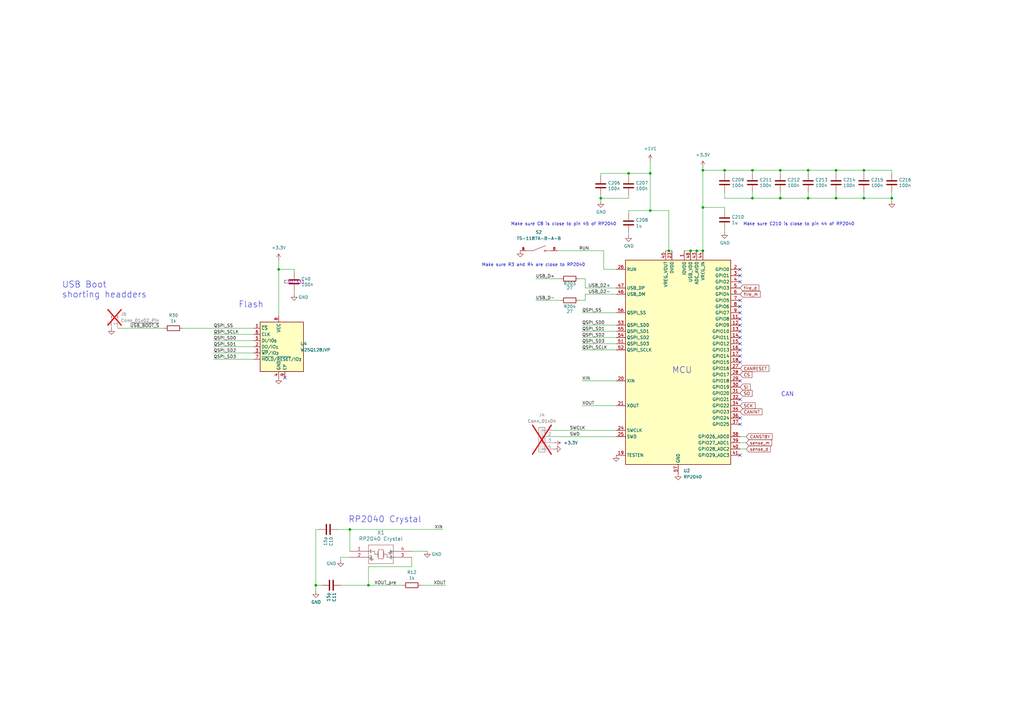
<source format=kicad_sch>
(kicad_sch (version 20250114) (generator "eeschema") (generator_version "9.0")
  (paper "A3")
  (lib_symbols
    (symbol "4in-kicad-library:ABM8-272-T3" (pin_names (offset 0.254))
      (property "Reference" "X1" (at 0 5.08 0))
      (property "Value" "RP2040 Crystal" (at 0 2.54 0))
      (symbol "ABM8-272-T3_0_1"
        (polyline (pts (xy -5.08 0) (xy -5.08 -7.62)) (stroke (width 0.127)))
        (polyline (pts (xy -5.08 -5.08) (xy -3.81 -5.08)) (stroke (width 0.127)))
        (polyline (pts (xy -5.08 -7.62) (xy 5.08 -7.62)) (stroke (width 0.127)))
        (polyline (pts (xy -4.7625 -5.715) (xy -2.8575 -5.715)) (stroke (width 0.127)))
        (polyline (pts (xy -4.445 -6.0325) (xy -3.175 -6.0325)) (stroke (width 0.127)))
        (polyline (pts (xy -4.1275 -6.35) (xy -3.4925 -6.35)) (stroke (width 0.127)))
        (polyline (pts (xy -3.81 -5.08) (xy -3.81 -5.715)) (stroke (width 0.127)))
        (polyline (pts (xy -2.54 -2.54) (xy -5.08 -2.54)) (stroke (width 0.127)))
        (polyline (pts (xy -2.54 -3.81) (xy -2.54 -2.54)) (stroke (width 0.127)))
        (polyline (pts (xy -1.27 -2.54) (xy -1.27 -5.08)) (stroke (width 0.127)))
        (polyline (pts (xy -1.27 -3.81) (xy -2.54 -3.81)) (stroke (width 0.127)))
        (polyline (pts (xy -0.9525 -1.905) (xy -0.9525 -5.715)) (stroke (width 0.127)))
        (polyline (pts (xy -0.9525 -5.715) (xy 0.9525 -5.715)) (stroke (width 0.127)))
        (polyline (pts (xy 0.9525 -1.905) (xy -0.9525 -1.905)) (stroke (width 0.127)))
        (polyline (pts (xy 0.9525 -5.715) (xy 0.9525 -1.905)) (stroke (width 0.127)))
        (polyline (pts (xy 1.27 -2.54) (xy 1.27 -5.08)) (stroke (width 0.127)))
        (polyline (pts (xy 1.27 -3.81) (xy 2.54 -3.81)) (stroke (width 0.127)))
        (polyline (pts (xy 2.54 -3.81) (xy 2.54 -5.08)) (stroke (width 0.127)))
        (polyline (pts (xy 2.54 -5.08) (xy 5.08 -5.08)) (stroke (width 0.127)))
        (polyline (pts (xy 3.81 -2.54) (xy 3.81 -3.175)) (stroke (width 0.127)))
        (polyline (pts (xy 4.1275 -3.81) (xy 3.4925 -3.81)) (stroke (width 0.127)))
        (polyline (pts (xy 4.445 -3.4925) (xy 3.175 -3.4925)) (stroke (width 0.127)))
        (polyline (pts (xy 4.7625 -3.175) (xy 2.8575 -3.175)) (stroke (width 0.127)))
        (polyline (pts (xy 5.08 0) (xy -5.08 0)) (stroke (width 0.127)))
        (polyline (pts (xy 5.08 -2.54) (xy 3.81 -2.54)) (stroke (width 0.127)))
        (polyline (pts (xy 5.08 -7.62) (xy 5.08 0)) (stroke (width 0.127)))
        (pin unspecified line (at -12.7 -2.54 0) (length 7.62) (name "1") (number "1"))
        (pin unspecified line (at -12.7 -5.08 0) (length 7.62) (name "2") (number "2"))
        (pin unspecified line (at 12.7 -2.54 180) (length 7.62) (name "4") (number "4"))
        (pin unspecified line (at 12.7 -5.08 180) (length 7.62) (name "3") (number "3"))
      )
    )
    (symbol "4in-kicad-library:TS-1187A-B-A-B" (pin_names (offset 1.016))
      (property "Reference" "S" (at -2.54 2.54 0))
      (property "Value" "TS-1187A-B-A-B" (at -2.54 -2.54 0))
      (symbol "TS-1187A-B-A-B_0_0"
        (polyline (pts (xy -2.54 0) (xy -5.08 0)) (stroke (width 0.1524)))
        (polyline (pts (xy -2.54 0) (xy 2.794 2.1336)) (stroke (width 0.1524)))
        (circle (center 2.54 0) (radius 0.3302) (stroke (width 0.1524)))
        (polyline (pts (xy 5.08 0) (xy 2.921 0)) (stroke (width 0.1524)))
        (pin passive line (at -7.62 0 0) (length 2.54) (name "~") (number "A"))
        (pin passive line (at -7.62 0 0) (length 2.54) (name "~") (number "B"))
        (pin passive line (at 7.62 0 180) (length 2.54) (name "~") (number "C"))
        (pin passive line (at 7.62 0 180) (length 2.54) (name "~") (number "D"))
      )
    )
    (symbol "Connector:Conn_01x02_Pin" (pin_names (offset 1.016) (hide yes))
      (property "Reference" "J" (at 0 2.54 0))
      (property "Value" "Conn_01x02_Pin" (at 0 -5.08 0))
      (symbol "Conn_01x02_Pin_1_1"
        (rectangle (start 0.8636 0.127) (end 0 -0.127) (stroke (width 0.1524)) (fill (type outline)))
        (rectangle (start 0.8636 -2.413) (end 0 -2.667) (stroke (width 0.1524)) (fill (type outline)))
        (polyline (pts (xy 1.27 0) (xy 0.8636 0)) (stroke (width 0.1524)))
        (polyline (pts (xy 1.27 -2.54) (xy 0.8636 -2.54)) (stroke (width 0.1524)))
        (pin passive line (at 5.08 0 180) (length 3.81) (name "Pin_1") (number "1"))
        (pin passive line (at 5.08 -2.54 180) (length 3.81) (name "Pin_2") (number "2"))
      )
    )
    (symbol "Connector_Generic:Conn_01x04" (pin_names (offset 1.016) (hide yes))
      (property "Reference" "J" (at 0 5.08 0))
      (property "Value" "Conn_01x04" (at 0 -7.62 0))
      (symbol "Conn_01x04_1_1"
        (rectangle (start -1.27 3.81) (end 1.27 -6.35) (stroke (width 0.254)) (fill (type background)))
        (rectangle (start -1.27 2.667) (end 0 2.413) (stroke (width 0.1524)))
        (rectangle (start -1.27 0.127) (end 0 -0.127) (stroke (width 0.1524)))
        (rectangle (start -1.27 -2.413) (end 0 -2.667) (stroke (width 0.1524)))
        (rectangle (start -1.27 -4.953) (end 0 -5.207) (stroke (width 0.1524)))
        (pin passive line (at -5.08 2.54 0) (length 3.81) (name "Pin_1") (number "1"))
        (pin passive line (at -5.08 0 0) (length 3.81) (name "Pin_2") (number "2"))
        (pin passive line (at -5.08 -2.54 0) (length 3.81) (name "Pin_3") (number "3"))
        (pin passive line (at -5.08 -5.08 0) (length 3.81) (name "Pin_4") (number "4"))
      )
    )
    (symbol "Device:C" (pin_numbers (hide yes)) (pin_names (offset 0.254))
      (property "Reference" "C" (at 0.635 2.54 0))
      (property "Value" "C" (at 0.635 -2.54 0))
      (symbol "C_0_1"
        (polyline (pts (xy -2.032 0.762) (xy 2.032 0.762)) (stroke (width 0.508)))
        (polyline (pts (xy -2.032 -0.762) (xy 2.032 -0.762)) (stroke (width 0.508)))
      )
      (symbol "C_1_1"
        (pin passive line (at 0 3.81 270) (length 2.794) (name "~") (number "1"))
        (pin passive line (at 0 -3.81 90) (length 2.794) (name "~") (number "2"))
      )
    )
    (symbol "Device:R" (pin_numbers (hide yes)) (pin_names (offset 0))
      (property "Reference" "R" (at 2.032 0 90))
      (property "Value" "R" (at 0 0 90))
      (symbol "R_0_1"
        (rectangle (start -1.016 -2.54) (end 1.016 2.54) (stroke (width 0.254)))
      )
      (symbol "R_1_1"
        (pin passive line (at 0 3.81 270) (length 1.27) (name "~") (number "1"))
        (pin passive line (at 0 -3.81 90) (length 1.27) (name "~") (number "2"))
      )
    )
    (symbol "MCU_RaspberryPi:RP2040"
      (property "Reference" "U" (at 17.78 45.72 0))
      (property "Value" "RP2040" (at 17.78 43.18 0))
      (symbol "RP2040_0_1"
        (rectangle (start -21.59 41.91) (end 21.59 -41.91) (stroke (width 0.254)) (fill (type background)))
      )
      (symbol "RP2040_1_1"
        (pin input line (at -25.4 38.1 0) (length 3.81) (name "RUN") (number "26"))
        (pin bidirectional line (at -25.4 30.48 0) (length 3.81) (name "USB_DP") (number "47"))
        (pin bidirectional line (at -25.4 27.94 0) (length 3.81) (name "USB_DM") (number "46"))
        (pin bidirectional line (at -25.4 20.32 0) (length 3.81) (name "QSPI_SS") (number "56"))
        (pin bidirectional line (at -25.4 15.24 0) (length 3.81) (name "QSPI_SD0") (number "53"))
        (pin bidirectional line (at -25.4 12.7 0) (length 3.81) (name "QSPI_SD1") (number "55"))
        (pin bidirectional line (at -25.4 10.16 0) (length 3.81) (name "QSPI_SD2") (number "54"))
        (pin bidirectional line (at -25.4 7.62 0) (length 3.81) (name "QSPI_SD3") (number "51"))
        (pin output line (at -25.4 5.08 0) (length 3.81) (name "QSPI_SCLK") (number "52"))
        (pin input line (at -25.4 -7.62 0) (length 3.81) (name "XIN") (number "20"))
        (pin passive line (at -25.4 -17.78 0) (length 3.81) (name "XOUT") (number "21"))
        (pin input line (at -25.4 -27.94 0) (length 3.81) (name "SWCLK") (number "24"))
        (pin bidirectional line (at -25.4 -30.48 0) (length 3.81) (name "SWD") (number "25"))
        (pin input line (at -25.4 -38.1 0) (length 3.81) (name "TESTEN") (number "19"))
        (pin power_out line (at -5.08 45.72 270) (length 3.81) (name "VREG_VOUT") (number "45"))
        (pin power_in line (at -2.54 45.72 270) (length 3.81) (name "DVDD") (number "23"))
        (pin passive line (at -2.54 45.72 270) (length 3.81) (hide yes) (name "DVDD") (number "50"))
        (pin power_in line (at 0 -45.72 90) (length 3.81) (name "GND") (number "57"))
        (pin power_in line (at 2.54 45.72 270) (length 3.81) (name "IOVDD") (number "1"))
        (pin passive line (at 2.54 45.72 270) (length 3.81) (hide yes) (name "IOVDD") (number "10"))
        (pin passive line (at 2.54 45.72 270) (length 3.81) (hide yes) (name "IOVDD") (number "22"))
        (pin passive line (at 2.54 45.72 270) (length 3.81) (hide yes) (name "IOVDD") (number "33"))
        (pin passive line (at 2.54 45.72 270) (length 3.81) (hide yes) (name "IOVDD") (number "42"))
        (pin passive line (at 2.54 45.72 270) (length 3.81) (hide yes) (name "IOVDD") (number "49"))
        (pin power_in line (at 5.08 45.72 270) (length 3.81) (name "USB_VDD") (number "48"))
        (pin power_in line (at 7.62 45.72 270) (length 3.81) (name "ADC_AVDD") (number "43"))
        (pin power_in line (at 10.16 45.72 270) (length 3.81) (name "VREG_IN") (number "44"))
        (pin bidirectional line (at 25.4 38.1 180) (length 3.81) (name "GPIO0") (number "2"))
        (pin bidirectional line (at 25.4 35.56 180) (length 3.81) (name "GPIO1") (number "3"))
        (pin bidirectional line (at 25.4 33.02 180) (length 3.81) (name "GPIO2") (number "4"))
        (pin bidirectional line (at 25.4 30.48 180) (length 3.81) (name "GPIO3") (number "5"))
        (pin bidirectional line (at 25.4 27.94 180) (length 3.81) (name "GPIO4") (number "6"))
        (pin bidirectional line (at 25.4 25.4 180) (length 3.81) (name "GPIO5") (number "7"))
        (pin bidirectional line (at 25.4 22.86 180) (length 3.81) (name "GPIO6") (number "8"))
        (pin bidirectional line (at 25.4 20.32 180) (length 3.81) (name "GPIO7") (number "9"))
        (pin bidirectional line (at 25.4 17.78 180) (length 3.81) (name "GPIO8") (number "11"))
        (pin bidirectional line (at 25.4 15.24 180) (length 3.81) (name "GPIO9") (number "12"))
        (pin bidirectional line (at 25.4 12.7 180) (length 3.81) (name "GPIO10") (number "13"))
        (pin bidirectional line (at 25.4 10.16 180) (length 3.81) (name "GPIO11") (number "14"))
        (pin bidirectional line (at 25.4 7.62 180) (length 3.81) (name "GPIO12") (number "15"))
        (pin bidirectional line (at 25.4 5.08 180) (length 3.81) (name "GPIO13") (number "16"))
        (pin bidirectional line (at 25.4 2.54 180) (length 3.81) (name "GPIO14") (number "17"))
        (pin bidirectional line (at 25.4 0 180) (length 3.81) (name "GPIO15") (number "18"))
        (pin bidirectional line (at 25.4 -2.54 180) (length 3.81) (name "GPIO16") (number "27"))
        (pin bidirectional line (at 25.4 -5.08 180) (length 3.81) (name "GPIO17") (number "28"))
        (pin bidirectional line (at 25.4 -7.62 180) (length 3.81) (name "GPIO18") (number "29"))
        (pin bidirectional line (at 25.4 -10.16 180) (length 3.81) (name "GPIO19") (number "30"))
        (pin bidirectional line (at 25.4 -12.7 180) (length 3.81) (name "GPIO20") (number "31"))
        (pin bidirectional line (at 25.4 -15.24 180) (length 3.81) (name "GPIO21") (number "32"))
        (pin bidirectional line (at 25.4 -17.78 180) (length 3.81) (name "GPIO22") (number "34"))
        (pin bidirectional line (at 25.4 -20.32 180) (length 3.81) (name "GPIO23") (number "35"))
        (pin bidirectional line (at 25.4 -22.86 180) (length 3.81) (name "GPIO24") (number "36"))
        (pin bidirectional line (at 25.4 -25.4 180) (length 3.81) (name "GPIO25") (number "37"))
        (pin bidirectional line (at 25.4 -30.48 180) (length 3.81) (name "GPIO26_ADC0") (number "38"))
        (pin bidirectional line (at 25.4 -33.02 180) (length 3.81) (name "GPIO27_ADC1") (number "39"))
        (pin bidirectional line (at 25.4 -35.56 180) (length 3.81) (name "GPIO28_ADC2") (number "40"))
        (pin bidirectional line (at 25.4 -38.1 180) (length 3.81) (name "GPIO29_ADC3") (number "41"))
      )
    )
    (symbol "Memory_Flash:W25Q128JVP"
      (property "Reference" "U" (at -6.35 11.43 0))
      (property "Value" "W25Q128JVP" (at 7.62 11.43 0))
      (symbol "W25Q128JVP_0_1"
        (rectangle (start -7.62 10.16) (end 10.16 -10.16) (stroke (width 0.254)) (fill (type background)))
      )
      (symbol "W25Q128JVP_1_1"
        (pin input line (at -10.16 7.62 0) (length 2.54) (name "~{CS}") (number "1"))
        (pin input line (at -10.16 5.08 0) (length 2.54) (name "CLK") (number "6"))
        (pin bidirectional line (at -10.16 2.54 0) (length 2.54) (name "DI/IO_{0}") (number "5"))
        (pin bidirectional line (at -10.16 0 0) (length 2.54) (name "DO/IO_{1}") (number "2"))
        (pin bidirectional line (at -10.16 -2.54 0) (length 2.54) (name "~{WP}/IO_{2}") (number "3"))
        (pin bidirectional line (at -10.16 -5.08 0) (length 2.54) (name "~{HOLD}/~{RESET}/IO_{3}") (number "7"))
        (pin power_in line (at 0 12.7 270) (length 2.54) (name "VCC") (number "8"))
        (pin power_in line (at 0 -12.7 90) (length 2.54) (name "GND") (number "4"))
        (pin passive line (at 2.54 -12.7 90) (length 2.54) (name "EP") (number "9"))
      )
    )
    (symbol "power:+1V1" (power) (pin_numbers (hide yes)) (pin_names (offset 0) (hide yes))
      (property "Value" "+1V1" (at 0 3.556 0))
      (symbol "+1V1_0_1"
        (polyline (pts (xy -0.762 1.27) (xy 0 2.54)))
        (polyline (pts (xy 0 2.54) (xy 0.762 1.27)))
        (polyline (pts (xy 0 0) (xy 0 2.54)))
      )
      (symbol "+1V1_1_1"
        (pin power_in line (at 0 0 90) (length 0) (name "~") (number "1"))
      )
    )
    (symbol "power:+3.3V" (power) (pin_numbers (hide yes)) (pin_names (offset 0) (hide yes))
      (property "Value" "+3.3V" (at 0 3.556 0))
      (symbol "+3.3V_0_1"
        (polyline (pts (xy -0.762 1.27) (xy 0 2.54)))
        (polyline (pts (xy 0 2.54) (xy 0.762 1.27)))
        (polyline (pts (xy 0 0) (xy 0 2.54)))
      )
      (symbol "+3.3V_1_1"
        (pin power_in line (at 0 0 90) (length 0) (name "~") (number "1"))
      )
    )
    (symbol "power:GND" (power) (pin_numbers (hide yes)) (pin_names (offset 0) (hide yes))
      (property "Value" "GND" (at 0 -3.81 0))
      (symbol "GND_0_1"
        (polyline (pts (xy 0 0) (xy 0 -1.27) (xy 1.27 -1.27) (xy 0 -2.54) (xy -1.27 -1.27) (xy 0 -1.27)))
      )
      (symbol "GND_1_1"
        (pin power_in line (at 0 0 270) (length 0) (name "~") (number "1"))
      )
    )
    (symbol "power:VAA" (power) (pin_numbers (hide yes)) (pin_names (offset 0) (hide yes))
      (property "Value" "VAA" (at 0 3.556 0))
      (symbol "VAA_0_1"
        (polyline (pts (xy -0.762 1.27) (xy 0 2.54)))
        (polyline (pts (xy 0 2.54) (xy 0.762 1.27)))
        (polyline (pts (xy 0 0) (xy 0 2.54)))
      )
      (symbol "VAA_1_1"
        (pin power_in line (at 0 0 90) (length 0) (name "~") (number "1"))
      )
    )
  )
  (text "Make sure C210 is close to pin 44 of RP2040" (at 304.8 92.71 0) (effects (font (size 1.27 1.27)) (justify left bottom)))
  (text "CAN" (at 320.294 162.814 0) (effects (font (size 1.778 1.778)) (justify left bottom)))
  (text "MCU" (at 275.59 153.416 0) (effects (font (size 2.54 2.54)) (justify left bottom)))
  (text "USB Boot \nshorting headders" (at 25.4 122.428 0) (effects (font (size 2.54 2.54)) (justify left bottom)))
  (text "Make sure C8 is close to pin 45 of RP2040" (at 209.55 92.71 0) (effects (font (size 1.27 1.27)) (justify left bottom)))
  (text "Make sure R3 and R4 are close to RP2040" (at 240.03 109.474 0) (effects (font (size 1.27 1.27)) (justify right bottom)))
  (text "RP2040 Crystal" (at 142.875 214.63 0) (effects (font (size 2.54 2.54)) (justify left bottom)))
  (text "Flash" (at 97.79 126.492 0) (effects (font (size 2.54 2.54)) (justify left bottom)))
  (junction (at 288.29 69.85))
  (junction (at 297.18 69.85))
  (junction (at 331.47 81.28))
  (junction (at 320.04 69.85))
  (junction (at 320.04 81.28))
  (junction (at 246.38 81.28))
  (junction (at 354.33 81.28))
  (junction (at 129.54 240.03))
  (junction (at 288.29 85.09))
  (junction (at 331.47 69.85))
  (junction (at 143.51 217.17))
  (junction (at 151.13 240.03))
  (junction (at 285.75 102.87))
  (junction (at 354.33 69.85))
  (junction (at 308.61 81.28))
  (junction (at 266.7 71.12))
  (junction (at 274.32 102.87))
  (junction (at 308.61 69.85))
  (junction (at 365.76 81.28))
  (junction (at 266.7 86.36))
  (junction (at 288.29 102.87))
  (junction (at 342.9 69.85))
  (junction (at 283.21 102.87))
  (junction (at 342.9 81.28))
  (junction (at 114.3 110.49))
  (junction (at 257.81 71.12))
  (no_connect (at 303.53 133.35))
  (no_connect (at 303.53 163.83))
  (no_connect (at 303.53 128.27))
  (no_connect (at 303.53 113.03))
  (no_connect (at 116.84 154.94))
  (no_connect (at 303.53 156.21))
  (no_connect (at 303.53 148.59))
  (no_connect (at 303.53 110.49))
  (no_connect (at 303.53 130.81))
  (no_connect (at 303.53 186.69))
  (no_connect (at 303.53 140.97))
  (no_connect (at 303.53 173.99))
  (no_connect (at 303.53 123.19))
  (no_connect (at 303.53 115.57))
  (no_connect (at 303.53 138.43))
  (no_connect (at 303.53 143.51))
  (no_connect (at 303.53 146.05))
  (no_connect (at 303.53 135.89))
  (no_connect (at 303.53 125.73))
  (no_connect (at 303.53 171.45))
  (wire (pts (xy 257.81 87.63) (xy 257.81 86.36)))
  (wire (pts (xy 143.51 217.17) (xy 143.51 226.06)))
  (wire (pts (xy 74.93 134.62) (xy 104.14 134.62)))
  (wire (pts (xy 280.67 102.87) (xy 283.21 102.87)))
  (wire (pts (xy 342.9 71.12) (xy 342.9 69.85)))
  (wire (pts (xy 320.04 71.12) (xy 320.04 69.85)))
  (wire (pts (xy 120.65 111.76) (xy 120.65 110.49)))
  (wire (pts (xy 143.51 217.17) (xy 181.61 217.17)))
  (wire (pts (xy 308.61 71.12) (xy 308.61 69.85)))
  (wire (pts (xy 320.04 81.28) (xy 308.61 81.28)))
  (wire (pts (xy 132.08 240.03) (xy 129.54 240.03)))
  (wire (pts (xy 104.14 147.32) (xy 87.63 147.32)))
  (wire (pts (xy 308.61 78.74) (xy 308.61 81.28)))
  (wire (pts (xy 120.65 119.38) (xy 120.65 120.65)))
  (wire (pts (xy 168.91 228.6) (xy 168.91 232.41)))
  (wire (pts (xy 238.76 135.89) (xy 252.73 135.89)))
  (wire (pts (xy 273.05 102.87) (xy 274.32 102.87)))
  (wire (pts (xy 331.47 69.85) (xy 342.9 69.85)))
  (wire (pts (xy 227.33 176.53) (xy 252.73 176.53)))
  (wire (pts (xy 257.81 86.36) (xy 266.7 86.36)))
  (wire (pts (xy 257.81 72.39) (xy 257.81 71.12)))
  (wire (pts (xy 219.71 114.3) (xy 229.87 114.3)))
  (wire (pts (xy 237.49 123.19) (xy 240.03 123.19)))
  (wire (pts (xy 240.03 114.3) (xy 240.03 118.11)))
  (wire (pts (xy 151.13 232.41) (xy 151.13 240.03)))
  (wire (pts (xy 288.29 68.58) (xy 288.29 69.85)))
  (wire (pts (xy 274.32 102.87) (xy 275.59 102.87)))
  (wire (pts (xy 168.91 226.06) (xy 175.26 226.06)))
  (wire (pts (xy 246.38 81.28) (xy 246.38 82.55)))
  (wire (pts (xy 219.71 123.19) (xy 229.87 123.19)))
  (wire (pts (xy 139.7 240.03) (xy 151.13 240.03)))
  (wire (pts (xy 354.33 71.12) (xy 354.33 69.85)))
  (wire (pts (xy 306.07 181.61) (xy 303.53 181.61)))
  (wire (pts (xy 266.7 86.36) (xy 274.32 86.36)))
  (wire (pts (xy 288.29 69.85) (xy 297.18 69.85)))
  (wire (pts (xy 320.04 69.85) (xy 331.47 69.85)))
  (wire (pts (xy 342.9 81.28) (xy 331.47 81.28)))
  (wire (pts (xy 274.32 86.36) (xy 274.32 102.87)))
  (wire (pts (xy 297.18 78.74) (xy 297.18 81.28)))
  (wire (pts (xy 354.33 81.28) (xy 342.9 81.28)))
  (wire (pts (xy 238.76 156.21) (xy 252.73 156.21)))
  (wire (pts (xy 288.29 85.09) (xy 297.18 85.09)))
  (wire (pts (xy 227.33 179.07) (xy 252.73 179.07)))
  (wire (pts (xy 129.54 240.03) (xy 129.54 242.57)))
  (wire (pts (xy 238.76 140.97) (xy 252.73 140.97)))
  (wire (pts (xy 104.14 142.24) (xy 87.63 142.24)))
  (wire (pts (xy 266.7 71.12) (xy 266.7 86.36)))
  (wire (pts (xy 365.76 81.28) (xy 365.76 82.55)))
  (wire (pts (xy 306.07 179.07) (xy 303.53 179.07)))
  (wire (pts (xy 129.54 217.17) (xy 130.81 217.17)))
  (wire (pts (xy 283.21 102.87) (xy 285.75 102.87)))
  (wire (pts (xy 104.14 139.7) (xy 87.63 139.7)))
  (wire (pts (xy 320.04 78.74) (xy 320.04 81.28)))
  (wire (pts (xy 129.54 217.17) (xy 129.54 240.03)))
  (wire (pts (xy 297.18 86.36) (xy 297.18 85.09)))
  (wire (pts (xy 252.73 143.51) (xy 238.76 143.51)))
  (wire (pts (xy 247.65 110.49) (xy 247.65 102.87)))
  (wire (pts (xy 237.49 114.3) (xy 240.03 114.3)))
  (wire (pts (xy 139.7 228.6) (xy 139.7 229.87)))
  (wire (pts (xy 168.91 232.41) (xy 151.13 232.41)))
  (wire (pts (xy 297.18 71.12) (xy 297.18 69.85)))
  (wire (pts (xy 257.81 95.25) (xy 257.81 96.52)))
  (wire (pts (xy 288.29 69.85) (xy 288.29 85.09)))
  (wire (pts (xy 331.47 81.28) (xy 320.04 81.28)))
  (wire (pts (xy 138.43 217.17) (xy 143.51 217.17)))
  (wire (pts (xy 139.7 228.6) (xy 143.51 228.6)))
  (wire (pts (xy 247.65 102.87) (xy 228.6 102.87)))
  (wire (pts (xy 354.33 78.74) (xy 354.33 81.28)))
  (wire (pts (xy 238.76 138.43) (xy 252.73 138.43)))
  (wire (pts (xy 252.73 128.27) (xy 238.76 128.27)))
  (wire (pts (xy 257.81 81.28) (xy 257.81 80.01)))
  (wire (pts (xy 151.13 240.03) (xy 165.1 240.03)))
  (wire (pts (xy 308.61 81.28) (xy 297.18 81.28)))
  (wire (pts (xy 240.03 118.11) (xy 252.73 118.11)))
  (wire (pts (xy 342.9 69.85) (xy 354.33 69.85)))
  (wire (pts (xy 246.38 71.12) (xy 257.81 71.12)))
  (wire (pts (xy 354.33 69.85) (xy 365.76 69.85)))
  (wire (pts (xy 172.72 240.03) (xy 182.88 240.03)))
  (wire (pts (xy 285.75 102.87) (xy 288.29 102.87)))
  (wire (pts (xy 238.76 133.35) (xy 252.73 133.35)))
  (wire (pts (xy 365.76 71.12) (xy 365.76 69.85)))
  (wire (pts (xy 114.3 110.49) (xy 114.3 129.54)))
  (wire (pts (xy 87.63 137.16) (xy 104.14 137.16)))
  (wire (pts (xy 342.9 78.74) (xy 342.9 81.28)))
  (wire (pts (xy 246.38 72.39) (xy 246.38 71.12)))
  (wire (pts (xy 266.7 66.04) (xy 266.7 71.12)))
  (wire (pts (xy 365.76 78.74) (xy 365.76 81.28)))
  (wire (pts (xy 331.47 71.12) (xy 331.47 69.85)))
  (wire (pts (xy 306.07 184.15) (xy 303.53 184.15)))
  (wire (pts (xy 297.18 69.85) (xy 308.61 69.85)))
  (wire (pts (xy 246.38 80.01) (xy 246.38 81.28)))
  (wire (pts (xy 252.73 166.37) (xy 238.76 166.37)))
  (wire (pts (xy 120.65 110.49) (xy 114.3 110.49)))
  (wire (pts (xy 257.81 71.12) (xy 266.7 71.12)))
  (wire (pts (xy 240.03 120.65) (xy 252.73 120.65)))
  (wire (pts (xy 354.33 81.28) (xy 365.76 81.28)))
  (wire (pts (xy 114.3 106.68) (xy 114.3 110.49)))
  (wire (pts (xy 48.26 134.62) (xy 67.31 134.62)))
  (wire (pts (xy 288.29 85.09) (xy 288.29 102.87)))
  (wire (pts (xy 308.61 69.85) (xy 320.04 69.85)))
  (wire (pts (xy 297.18 93.98) (xy 297.18 95.25)))
  (wire (pts (xy 331.47 78.74) (xy 331.47 81.28)))
  (wire (pts (xy 246.38 81.28) (xy 257.81 81.28)))
  (wire (pts (xy 252.73 110.49) (xy 247.65 110.49)))
  (wire (pts (xy 240.03 123.19) (xy 240.03 120.65)))
  (wire (pts (xy 104.14 144.78) (xy 87.63 144.78)))
  (label "QSPI_SD0" (at 238.76 133.35 0))
  (label "QSPI_SCLK" (at 87.63 137.16 0))
  (label "XOUT" (at 238.76 166.37 0))
  (label "SWCLK" (at 233.68 176.53 0))
  (label "QSPI_SD1" (at 87.63 142.24 0))
  (label "XOUT_pre" (at 162.56 240.03 180))
  (label "QSPI_SS" (at 87.63 134.62 0))
  (label "QSPI_SD2" (at 238.76 138.43 0))
  (label "RUN" (at 237.49 102.87 0))
  (label "SWD" (at 233.68 179.07 0))
  (label "XIN" (at 238.76 156.21 0))
  (label "QSPI_SD3" (at 238.76 140.97 0))
  (label "XIN" (at 181.61 217.17 180))
  (label "USB_D-" (at 219.71 123.19 0))
  (label "XOUT" (at 182.88 240.03 180))
  (label "QSPI_SD0" (at 87.63 139.7 0))
  (label "USB_D2-" (at 241.3 120.65 0))
  (label "~{USB_BOOT_S}" (at 53.34 134.62 0))
  (label "QSPI_SCLK" (at 238.76 143.51 0))
  (label "QSPI_SD2" (at 87.63 144.78 0))
  (label "QSPI_SS" (at 238.76 128.27 0))
  (label "QSPI_SD3" (at 87.63 147.32 0))
  (label "USB_D2+" (at 241.3 118.11 0))
  (label "QSPI_SD1" (at 238.76 135.89 0))
  (label "USB_D+" (at 219.71 114.3 0))
  (global_label "CANRESET" (shape input) (at 303.53 151.13 0) (property "Intersheetrefs" "${INTERSHEET_REFS}" (effects (hide yes))))
  (global_label "fire_d" (shape input) (at 303.53 118.11 0) (property "Intersheetrefs" "${INTERSHEET_REFS}" (effects (hide yes))))
  (global_label "fire_m" (shape input) (at 303.53 120.65 0) (property "Intersheetrefs" "${INTERSHEET_REFS}" (effects (hide yes))))
  (global_label "CS" (shape input) (at 303.53 153.67 0) (property "Intersheetrefs" "${INTERSHEET_REFS}" (effects (hide yes))))
  (global_label "sense_d" (shape input) (at 306.07 184.15 0) (property "Intersheetrefs" "${INTERSHEET_REFS}" (effects (hide yes))))
  (global_label "SO" (shape input) (at 303.53 161.29 0) (property "Intersheetrefs" "${INTERSHEET_REFS}" (effects (hide yes))))
  (global_label "CANINT" (shape input) (at 303.53 168.91 0) (property "Intersheetrefs" "${INTERSHEET_REFS}" (effects (hide yes))))
  (global_label "sense_m" (shape input) (at 306.07 181.61 0) (property "Intersheetrefs" "${INTERSHEET_REFS}" (effects (hide yes))))
  (global_label "SCK" (shape input) (at 303.53 166.37 0) (property "Intersheetrefs" "${INTERSHEET_REFS}" (effects (hide yes))))
  (global_label "SI" (shape input) (at 303.53 158.75 0) (property "Intersheetrefs" "${INTERSHEET_REFS}" (effects (hide yes))))
  (global_label "CANSTBY" (shape input) (at 306.07 179.07 0) (property "Intersheetrefs" "${INTERSHEET_REFS}" (effects (hide yes))))
  (symbol (lib_id "Device:C") (at 308.61 74.93 0) (unit 1)
    (property "Reference" "C211" (at 311.531 73.7616 0) (effects (justify left)))
    (property "Value" "100n" (at 311.531 76.073 0) (effects (justify left)))
    (property "Footprint" "Capacitor_SMD:C_0402_1005Metric" (effects (hide yes)))
    (property "Description" "Capacitor" (effects (hide yes)))
    (property "info" "100nF Cap" (effects (hide yes)))
    (property "basic?" "yes" (effects (hide yes)))
    (property "price" "C$0.0077 " (effects (hide yes)))
    (property "JLC Link" "https://jlcpcb.com/partdetail/291005-CL05B104KB54PNC/C307331" (effects (hide yes)))
    (property "LCSC PN" "C307331" (effects (hide yes)))
  )
  (symbol (lib_id "power:+3.3V") (at 227.33 181.61 270) (unit 1)
    (property "Reference" "#PWR04" (effects (hide yes)))
    (property "Value" "+3.3V" (at 231.14 181.6099 90) (effects (justify left)))
    (property "Description" "Power symbol creates a global label with name \"+3.3V\"" (effects (hide yes)))
  )
  (symbol (lib_id "power:+1V1") (at 266.7 66.04 0) (unit 1)
    (property "Reference" "#PWR09" (effects (hide yes)))
    (property "Value" "+1V1" (at 266.7 60.96 0))
    (property "Description" "Power symbol creates a global label with name \"+1V1\"" (effects (hide yes)))
  )
  (symbol (lib_id "Device:C") (at 331.47 74.93 0) (unit 1)
    (property "Reference" "C213" (at 334.391 73.7616 0) (effects (justify left)))
    (property "Value" "100n" (at 334.391 76.073 0) (effects (justify left)))
    (property "Footprint" "Capacitor_SMD:C_0402_1005Metric" (effects (hide yes)))
    (property "Description" "Capacitor" (effects (hide yes)))
    (property "info" "100nF Cap" (effects (hide yes)))
    (property "basic?" "yes" (effects (hide yes)))
    (property "price" "C$0.0077 " (effects (hide yes)))
    (property "JLC Link" "https://jlcpcb.com/partdetail/291005-CL05B104KB54PNC/C307331" (effects (hide yes)))
    (property "LCSC PN" "C307331" (effects (hide yes)))
  )
  (symbol (lib_id "power:+3.3V") (at 288.29 68.58 0) (unit 1)
    (property "Reference" "#PWR012" (effects (hide yes)))
    (property "Value" "+3.3V" (at 288.29 63.5 0))
    (property "Description" "Power symbol creates a global label with name \"+3.3V\"" (effects (hide yes)))
  )
  (symbol (lib_id "Connector:Conn_01x02_Pin") (at 48.26 129.54 270) (unit 1) (dnp yes)
    (property "Reference" "J5" (at 49.53 128.9049 90) (effects (justify left)))
    (property "Value" "Conn_01x02_Pin" (at 49.53 131.4449 90) (effects (justify left)))
    (property "Footprint" "Connector_PinHeader_2.54mm:PinHeader_1x02_P2.54mm_Vertical" (effects (hide yes)))
    (property "Description" "Generic connector, single row, 01x02, script generated" (effects (hide yes)))
  )
  (symbol (lib_id "power:GND") (at 252.73 186.69 0) (unit 1)
    (property "Reference" "#PWR024" (effects (hide yes)))
    (property "Value" "GND" (effects (hide yes)))
    (property "Description" "Power symbol creates a global label with name \"GND\" , ground" (effects (hide yes)))
  )
  (symbol (lib_id "Device:C") (at 246.38 76.2 0) (unit 1)
    (property "Reference" "C206" (at 249.301 75.0316 0) (effects (justify left)))
    (property "Value" "100n" (at 249.301 77.343 0) (effects (justify left)))
    (property "Footprint" "Capacitor_SMD:C_0402_1005Metric" (effects (hide yes)))
    (property "Description" "Capacitor" (effects (hide yes)))
    (property "info" "100nF Cap" (effects (hide yes)))
    (property "basic?" "yes" (effects (hide yes)))
    (property "price" "C$0.0077 " (effects (hide yes)))
    (property "JLC Link" "https://jlcpcb.com/partdetail/291005-CL05B104KB54PNC/C307331" (effects (hide yes)))
    (property "LCSC PN" "C307331" (effects (hide yes)))
  )
  (symbol (lib_id "Device:C") (at 342.9 74.93 0) (unit 1)
    (property "Reference" "C214" (at 345.821 73.7616 0) (effects (justify left)))
    (property "Value" "100n" (at 345.821 76.073 0) (effects (justify left)))
    (property "Footprint" "Capacitor_SMD:C_0402_1005Metric" (effects (hide yes)))
    (property "Description" "Capacitor" (effects (hide yes)))
    (property "info" "100nF Cap" (effects (hide yes)))
    (property "basic?" "yes" (effects (hide yes)))
    (property "price" "C$0.0077 " (effects (hide yes)))
    (property "JLC Link" "https://jlcpcb.com/partdetail/291005-CL05B104KB54PNC/C307331" (effects (hide yes)))
    (property "LCSC PN" "C307331" (effects (hide yes)))
  )
  (symbol (lib_id "Device:C") (at 134.62 217.17 270) (unit 1)
    (property "Reference" "C10" (at 135.7884 220.091 0) (effects (justify left)))
    (property "Value" "15p" (at 133.477 220.091 0) (effects (justify left)))
    (property "Footprint" "Capacitor_SMD:C_0402_1005Metric" (effects (hide yes)))
    (property "Description" "Capacitor" (effects (hide yes)))
    (property "basic?" "yes" (effects (hide yes)))
    (property "info" "15pF Cap" (effects (hide yes)))
    (property "price" "C$0.0013 " (effects (hide yes)))
    (property "JLC Link" "https://jlcpcb.com/partdetail/1900-0402CG150J500NT/C1548" (effects (hide yes)))
    (property "LCSC PN" "C1548" (effects (hide yes)))
  )
  (symbol (lib_id "Device:R") (at 233.68 123.19 90) (unit 1)
    (property "Reference" "R204" (at 233.68 125.73 90))
    (property "Value" "27" (at 233.68 127.762 90))
    (property "Footprint" "Resistor_SMD:R_0402_1005Metric" (effects (hide yes)))
    (property "Description" "Resistor" (effects (hide yes)))
    (property "basic?" "no" (effects (hide yes)))
    (property "info" "27 ohm" (effects (hide yes)))
    (property "price" "C$0.0007 " (effects (hide yes)))
    (property "JLC Link" "https://jlcpcb.com/partdetail/25843-0402WGF270JTCE/C25100" (effects (hide yes)))
    (property "LCSC PN" "C25100" (effects (hide yes)))
  )
  (symbol (lib_id "Device:C") (at 257.81 91.44 0) (unit 1)
    (property "Reference" "C208" (at 260.731 90.2716 0) (effects (justify left)))
    (property "Value" "1u" (at 260.731 92.583 0) (effects (justify left)))
    (property "Footprint" "Capacitor_SMD:C_0402_1005Metric" (effects (hide yes)))
    (property "Description" "Capacitor" (effects (hide yes)))
    (property "info" "1uF Cap" (effects (hide yes)))
    (property "basic?" "yes" (effects (hide yes)))
    (property "price" "C$0.0041 " (effects (hide yes)))
    (property "JLC Link" "https://jlcpcb.com/partdetail/53938-CL05A105KA5NQNC/C52923" (effects (hide yes)))
    (property "LCSC PN" "C52923" (effects (hide yes)))
  )
  (symbol (lib_id "Device:C") (at 297.18 90.17 0) (unit 1)
    (property "Reference" "C210" (at 300.101 89.0016 0) (effects (justify left)))
    (property "Value" "1u" (at 300.101 91.313 0) (effects (justify left)))
    (property "Footprint" "Capacitor_SMD:C_0402_1005Metric" (effects (hide yes)))
    (property "Description" "Capacitor" (effects (hide yes)))
    (property "info" "1uF Cap" (effects (hide yes)))
    (property "basic?" "yes" (effects (hide yes)))
    (property "price" "C$0.0041 " (effects (hide yes)))
    (property "JLC Link" "https://jlcpcb.com/partdetail/53938-CL05A105KA5NQNC/C52923" (effects (hide yes)))
    (property "LCSC PN" "C52923" (effects (hide yes)))
  )
  (symbol (lib_id "power:GND") (at 278.13 194.31 0) (unit 1)
    (property "Reference" "#PWR035" (effects (hide yes)))
    (property "Value" "GND" (effects (hide yes)))
    (property "Description" "Power symbol creates a global label with name \"GND\" , ground" (effects (hide yes)))
  )
  (symbol (lib_id "power:GND") (at 227.33 184.15 90) (unit 1)
    (property "Reference" "#PWR027" (effects (hide yes)))
    (property "Value" "GND" (effects (hide yes)))
    (property "Description" "Power symbol creates a global label with name \"GND\" , ground" (effects (hide yes)))
  )
  (symbol (lib_id "power:GND") (at 297.18 95.25 0) (unit 1)
    (property "Reference" "#PWR05" (effects (hide yes)))
    (property "Value" "GND" (at 297.307 99.6442 0))
  )
  (symbol (lib_id "power:GND") (at 45.72 134.62 0) (unit 1)
    (property "Reference" "#PWR011" (effects (hide yes)))
    (property "Value" "GND" (effects (hide yes)))
  )
  (symbol (lib_id "power:GND") (at 257.81 96.52 0) (unit 1)
    (property "Reference" "#PWR08" (effects (hide yes)))
    (property "Value" "GND" (at 257.937 100.9142 0))
  )
  (symbol (lib_id "Device:R") (at 71.12 134.62 270) (unit 1)
    (property "Reference" "R30" (at 71.12 129.3622 90))
    (property "Value" "1k" (at 71.12 131.6736 90))
    (property "Footprint" "Resistor_SMD:R_0402_1005Metric" (effects (hide yes)))
    (property "Description" "Resistor" (effects (hide yes)))
    (property "basic?" "yes" (effects (hide yes)))
    (property "info" "1k ohm" (effects (hide yes)))
    (property "price" "C$0.0007" (effects (hide yes)))
    (property "JLC Link" "https://jlcpcb.com/partdetail/12256-0402WGF1001TCE/C11702" (effects (hide yes)))
    (property "LCSC PN" "C11702" (effects (hide yes)))
  )
  (symbol (lib_id "Memory_Flash:W25Q128JVP") (at 114.3 142.24 0) (unit 1)
    (property "Reference" "U4" (at 123.19 140.9699 0) (effects (justify left)))
    (property "Value" "W25Q128JVP" (at 123.19 143.5099 0) (effects (justify left)))
    (property "Footprint" "Package_SON:WSON-8-1EP_6x5mm_P1.27mm_EP3.4x4.3mm" (effects (hide yes)))
    (property "Datasheet" "https://www.winbond.com/resource-files/w25q128jv_dtr%20revc%2003272018%20plus.pdf" (effects (hide yes)))
    (property "Description" "128Mbit / 16MiB Serial Flash Memory, Standard/Dual/Quad SPI, 2.7-3.6V, WSON-8" (effects (hide yes)))
    (property "basic?" "no" (effects (hide yes)))
    (property "price" "C$1.0737 " (effects (hide yes)))
    (property "info" "Flash" (effects (hide yes)))
    (property "JLC Link" "https://jlcpcb.com/partdetail/WinbondElec-W25Q128JVPIQ/C190862" (effects (hide yes)))
    (property "Current Draw" "25mA" (effects (hide yes)))
    (property "LCSC PN" "C190862" (effects (hide yes)))
  )
  (symbol (lib_id "power:GND") (at 246.38 82.55 0) (unit 1)
    (property "Reference" "#PWR07" (effects (hide yes)))
    (property "Value" "GND" (at 246.507 86.9442 0))
  )
  (symbol (lib_id "Device:C") (at 120.65 115.57 0) (unit 1)
    (property "Reference" "C40" (at 123.571 114.4016 0) (effects (justify left)))
    (property "Value" "100n" (at 123.571 116.713 0) (effects (justify left)))
    (property "Footprint" "Capacitor_SMD:C_0402_1005Metric" (effects (hide yes)))
    (property "Description" "Capacitor" (effects (hide yes)))
    (property "basic?" "yes" (effects (hide yes)))
    (property "info" "100nF Cap" (effects (hide yes)))
    (property "price" "C$0.0077 " (effects (hide yes)))
    (property "JLC Link" "https://jlcpcb.com/partdetail/291005-CL05B104KB54PNC/C307331" (effects (hide yes)))
    (property "LCSC PN" "C307331" (at 120.65 115.57 0))
  )
  (symbol (lib_id "Device:C") (at 297.18 74.93 0) (unit 1)
    (property "Reference" "C209" (at 300.101 73.7616 0) (effects (justify left)))
    (property "Value" "100n" (at 300.101 76.073 0) (effects (justify left)))
    (property "Footprint" "Capacitor_SMD:C_0402_1005Metric" (effects (hide yes)))
    (property "Description" "Capacitor" (effects (hide yes)))
    (property "info" "100nF Cap" (effects (hide yes)))
    (property "basic?" "yes" (effects (hide yes)))
    (property "price" "C$0.0077 " (effects (hide yes)))
    (property "JLC Link" "https://jlcpcb.com/partdetail/291005-CL05B104KB54PNC/C307331" (effects (hide yes)))
    (property "LCSC PN" "C307331" (effects (hide yes)))
  )
  (symbol (lib_id "Connector_Generic:Conn_01x04") (at 222.25 179.07 0) (mirror y) (unit 1) (dnp yes)
    (property "Reference" "J4" (at 222.25 170.18 0))
    (property "Value" "Conn_01x04" (at 222.25 172.72 0))
    (property "Footprint" "Connector_PinHeader_2.54mm:PinHeader_1x04_P2.54mm_Vertical" (effects (hide yes)))
    (property "Description" "Generic connector, single row, 01x04, script generated (kicad-library-utils/schlib/autogen/connector/)" (effects (hide yes)))
  )
  (symbol (lib_id "4in-kicad-library:ABM8-272-T3") (at 156.21 223.52 0) (unit 1)
    (property "Reference" "X1" (at 156.21 218.44 0) (effects (font (size 1.524 1.524))))
    (property "Value" "RP2040 Crystal" (at 156.21 220.98 0) (effects (font (size 1.524 1.524))))
    (property "Footprint" "4in-kicad-library:ABM8-272-T3_ABR" (effects (hide yes)))
    (property "Datasheet" "https://jlcpcb.com/api/file/downloadByFileSystemAccessId/8559470777180311552" (effects (hide yes)))
    (property "Description" "RP2040 Crystal" (effects (hide yes)))
    (property "Manufacturer PN" "ABM8-272-T3_ABR" (effects (hide yes)))
    (property "LCSC PN" "C20625731" (effects (hide yes)))
    (property "JLC Link" "https://jlcpcb.com/partdetail/AbraconLlc-ABM8_272T3/C20625731" (effects (hide yes)))
    (property "JLC Price" "0.4988 " (effects (hide yes)))
    (property "price" "C$0.5074 " (effects (hide yes)))
  )
  (symbol (lib_id "MCU_RaspberryPi:RP2040") (at 278.13 148.59 0) (unit 1)
    (property "Reference" "U2" (at 280.3241 193.04 0) (effects (justify left)))
    (property "Value" "RP2040" (at 280.3241 195.58 0) (effects (justify left)))
    (property "Footprint" "Package_DFN_QFN:QFN-56-1EP_7x7mm_P0.4mm_EP3.2x3.2mm" (effects (hide yes)))
    (property "Datasheet" "https://datasheets.raspberrypi.com/rp2040/rp2040-datasheet.pdf" (effects (hide yes)))
    (property "Description" "A microcontroller by Raspberry Pi" (effects (hide yes)))
    (property "basic?" "no" (effects (hide yes)))
    (property "price" "C$1.4190 " (effects (hide yes)))
    (property "info" "MCU" (effects (hide yes)))
    (property "JLC Link" "https://jlcpcb.com/partdetail/RaspberryPi-RP2040/C2040" (effects (hide yes)))
    (property "Current Draw" "20mA" (effects (hide yes)))
    (property "LCSC PN" "C2040" (effects (hide yes)))
  )
  (symbol (lib_id "Device:R") (at 233.68 114.3 90) (unit 1)
    (property "Reference" "R203" (at 233.68 116.332 90))
    (property "Value" "27" (at 233.68 118.11 90))
    (property "Footprint" "Resistor_SMD:R_0402_1005Metric" (effects (hide yes)))
    (property "Description" "Resistor" (effects (hide yes)))
    (property "basic?" "no" (effects (hide yes)))
    (property "info" "27 ohm" (effects (hide yes)))
    (property "price" "C$0.0007 " (effects (hide yes)))
    (property "JLC Link" "https://jlcpcb.com/partdetail/25843-0402WGF270JTCE/C25100" (effects (hide yes)))
    (property "LCSC PN" "C25100" (effects (hide yes)))
  )
  (symbol (lib_id "Device:C") (at 365.76 74.93 0) (unit 1)
    (property "Reference" "C216" (at 368.681 73.7616 0) (effects (justify left)))
    (property "Value" "100n" (at 368.681 76.073 0) (effects (justify left)))
    (property "Footprint" "Capacitor_SMD:C_0402_1005Metric" (effects (hide yes)))
    (property "Description" "Capacitor" (effects (hide yes)))
    (property "info" "100nF Cap" (effects (hide yes)))
    (property "basic?" "yes" (effects (hide yes)))
    (property "price" "C$0.0077 " (effects (hide yes)))
    (property "JLC Link" "https://jlcpcb.com/partdetail/291005-CL05B104KB54PNC/C307331" (effects (hide yes)))
    (property "LCSC PN" "C307331" (effects (hide yes)))
  )
  (symbol (lib_id "power:GND") (at 120.65 120.65 0) (unit 1)
    (property "Reference" "#PWR013" (effects (hide yes)))
    (property "Value" "GND" (at 124.46 121.92 0))
  )
  (symbol (lib_id "4in-kicad-library:TS-1187A-B-A-B") (at 220.98 102.87 0) (unit 1)
    (property "Reference" "S2" (at 220.98 95.25 0))
    (property "Value" "TS-1187A-B-A-B" (at 220.98 97.79 0))
    (property "Footprint" "4in-kicad-library:TS-1187A-B-A-B" (effects (hide yes)))
    (property "Datasheet" "https://jlcpcb.com/api/file/downloadByFileSystemAccessId/8550724022091735041" (effects (hide yes)))
    (property "Description" "Button" (effects (hide yes)))
    (property "JLC Link" "https://jlcpcb.com/partdetail/XKBConnection-TS_1187A_B_AB/C318884" (effects (hide yes)))
    (property "LCSC PN" "C318884" (effects (hide yes)))
    (property "JLC Price" "0.0242 " (effects (hide yes)))
    (property "Manufacturer PN" "TS-1187A-B-A-B" (effects (hide yes)))
    (property "price" "C$0.0263 " (effects (hide yes)))
  )
  (symbol (lib_id "Device:C") (at 135.89 240.03 270) (unit 1)
    (property "Reference" "C11" (at 137.0584 242.951 0) (effects (justify left)))
    (property "Value" "15p" (at 134.747 242.951 0) (effects (justify left)))
    (property "Footprint" "Capacitor_SMD:C_0402_1005Metric" (effects (hide yes)))
    (property "Description" "Capacitor" (effects (hide yes)))
    (property "basic?" "yes" (effects (hide yes)))
    (property "info" "15pF Cap" (effects (hide yes)))
    (property "price" "C$0.0013 " (effects (hide yes)))
    (property "JLC Link" "https://jlcpcb.com/partdetail/1900-0402CG150J500NT/C1548" (effects (hide yes)))
    (property "LCSC PN" "C1548" (effects (hide yes)))
  )
  (symbol (lib_id "power:GND") (at 129.54 242.57 0) (unit 1)
    (property "Reference" "#PWR016" (effects (hide yes)))
    (property "Value" "GND" (at 129.667 246.9642 0))
  )
  (symbol (lib_id "power:GND") (at 365.76 82.55 0) (unit 1)
    (property "Reference" "#PWR06" (effects (hide yes)))
    (property "Value" "GND" (effects (hide yes)))
  )
  (symbol (lib_id "power:GND") (at 114.3 154.94 0) (unit 1)
    (property "Reference" "#PWR043" (effects (hide yes)))
    (property "Value" "GND" (effects (hide yes)))
  )
  (symbol (lib_id "Device:C") (at 320.04 74.93 0) (unit 1)
    (property "Reference" "C212" (at 322.961 73.7616 0) (effects (justify left)))
    (property "Value" "100n" (at 322.961 76.073 0) (effects (justify left)))
    (property "Footprint" "Capacitor_SMD:C_0402_1005Metric" (effects (hide yes)))
    (property "Description" "Capacitor" (effects (hide yes)))
    (property "info" "100nF Cap" (effects (hide yes)))
    (property "basic?" "yes" (effects (hide yes)))
    (property "price" "C$0.0077 " (effects (hide yes)))
    (property "JLC Link" "https://jlcpcb.com/partdetail/291005-CL05B104KB54PNC/C307331" (effects (hide yes)))
    (property "LCSC PN" "C307331" (effects (hide yes)))
  )
  (symbol (lib_id "power:GND") (at 213.36 102.87 0) (unit 1)
    (property "Reference" "#PWR025" (effects (hide yes)))
    (property "Value" "GND" (effects (hide yes)))
    (property "Description" "Power symbol creates a global label with name \"GND\" , ground" (effects (hide yes)))
  )
  (symbol (lib_id "power:GND") (at 139.7 229.87 0) (unit 1)
    (property "Reference" "#PWR017" (effects (hide yes)))
    (property "Value" "GND" (at 135.89 231.14 0))
  )
  (symbol (lib_id "Device:R") (at 168.91 240.03 270) (unit 1)
    (property "Reference" "R12" (at 168.91 234.7722 90))
    (property "Value" "1k" (at 168.91 237.0836 90))
    (property "Footprint" "Resistor_SMD:R_0402_1005Metric" (effects (hide yes)))
    (property "Description" "Resistor" (effects (hide yes)))
    (property "basic?" "yes" (effects (hide yes)))
    (property "info" "1k ohm" (effects (hide yes)))
    (property "price" "C$0.0007" (effects (hide yes)))
    (property "JLC Link" "https://jlcpcb.com/partdetail/12256-0402WGF1001TCE/C11702" (effects (hide yes)))
    (property "LCSC PN" "C11702" (effects (hide yes)))
  )
  (symbol (lib_id "Device:C") (at 354.33 74.93 0) (unit 1)
    (property "Reference" "C215" (at 357.251 73.7616 0) (effects (justify left)))
    (property "Value" "100n" (at 357.251 76.073 0) (effects (justify left)))
    (property "Footprint" "Capacitor_SMD:C_0402_1005Metric" (effects (hide yes)))
    (property "Description" "Capacitor" (effects (hide yes)))
    (property "info" "100nF Cap" (effects (hide yes)))
    (property "basic?" "yes" (effects (hide yes)))
    (property "price" "C$0.0077 " (effects (hide yes)))
    (property "JLC Link" "https://jlcpcb.com/partdetail/291005-CL05B104KB54PNC/C307331" (effects (hide yes)))
    (property "LCSC PN" "C307331" (effects (hide yes)))
  )
  (symbol (lib_id "power:GND") (at 175.26 226.06 0) (unit 1)
    (property "Reference" "#PWR018" (effects (hide yes)))
    (property "Value" "GND" (at 179.07 227.33 0))
  )
  (symbol (lib_id "Device:C") (at 257.81 76.2 0) (unit 1)
    (property "Reference" "C207" (at 260.731 75.0316 0) (effects (justify left)))
    (property "Value" "100n" (at 260.731 77.343 0) (effects (justify left)))
    (property "Footprint" "Capacitor_SMD:C_0402_1005Metric" (effects (hide yes)))
    (property "Description" "Capacitor" (effects (hide yes)))
    (property "info" "100nF Cap" (effects (hide yes)))
    (property "basic?" "yes" (effects (hide yes)))
    (property "price" "C$0.0077 " (effects (hide yes)))
    (property "JLC Link" "https://jlcpcb.com/partdetail/291005-CL05B104KB54PNC/C307331" (effects (hide yes)))
    (property "LCSC PN" "C307331" (effects (hide yes)))
  )
  (symbol (lib_id "power:VAA") (at 114.3 106.68 0) (unit 1)
    (property "Reference" "#PWR045" (effects (hide yes)))
    (property "Value" "+3.3V" (at 114.3 101.6 0))
    (property "Description" "Power symbol creates a global label with name \"VAA\"" (effects (hide yes)))
  )
)
</source>
